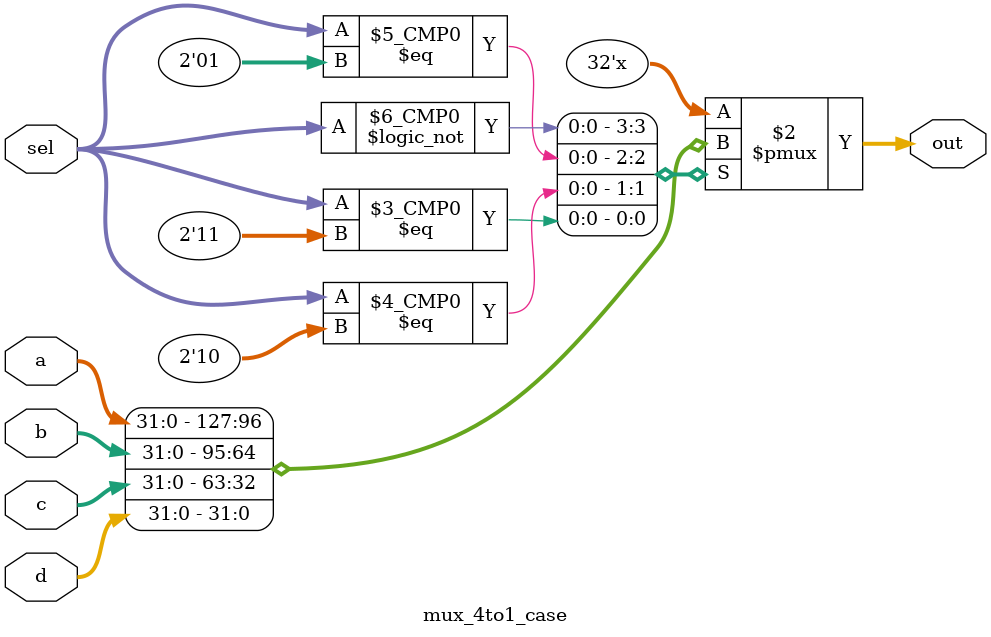
<source format=v>
module mux_4to1_case ( input [31:0] a,                 // 4-bit input called a
                       input [31:0] b,                 // 4-bit input called b
                       input [31:0] c,                 // 4-bit input called c
                       input [31:0] d,                 // 4-bit input called d
                       input [1:0] sel,               // input sel used to select between a,b,c,d
                       output reg [31:0] out);             // 4-bit output based on input sel

   // This always block gets executed whenever a/b/c/d/sel changes value
   // When that happens, based on value in sel, output is assigned to either a/b/c/d
   always @ (a or b or c or d or sel) begin
      case (sel) // synopsys infer_mux
         2'b00 : out <= a;
         2'b01 : out <= b;
         2'b10 : out <= c;
         2'b11 : out <= d;
      endcase
   end
endmodule
</source>
